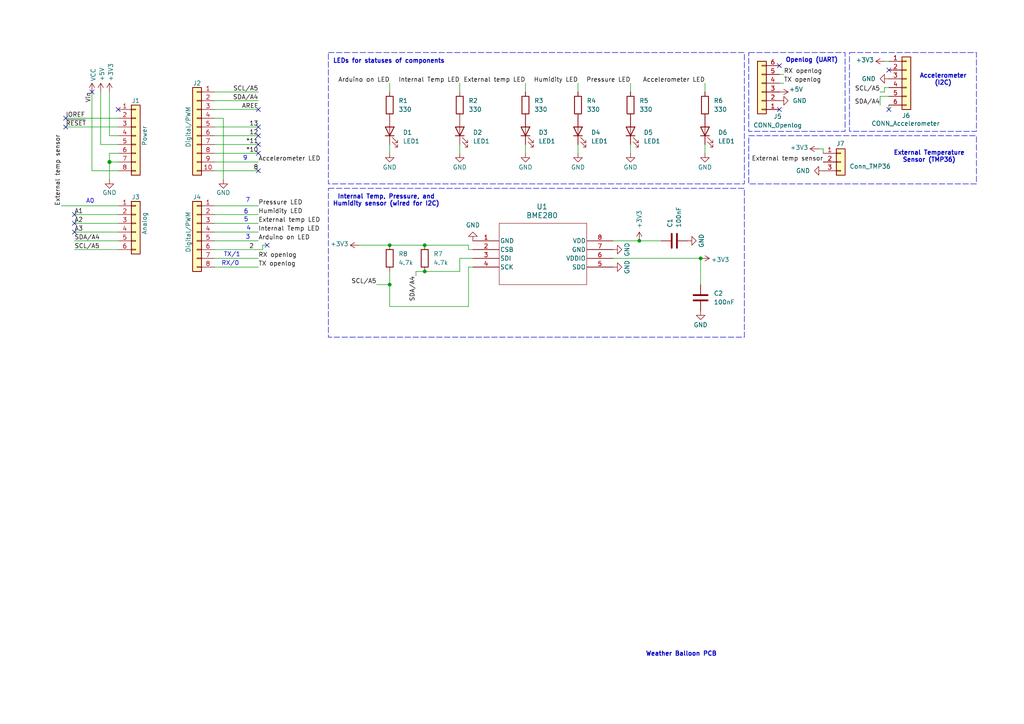
<source format=kicad_sch>
(kicad_sch (version 20231120) (generator "eeschema") (generator_version "8.0")
  (paper "A4")
  (title_block (date "mar. 31 mars 2015"))
  (lib_symbols
    (symbol "2025-03-12_23-10-05:BME280" (pin_names (offset 0.254))
      (property "Reference" "U" (at 20.32 10.16 0))
      (property "Value" "BME280" (at 20.32 7.62 0))
      (symbol "BME280_0_1"
        (polyline (pts (xy 7.62 -12.7) (xy 33.02 -12.7)) (stroke (width 0.127)))
        (polyline (pts (xy 7.62 5.08) (xy 7.62 -12.7)) (stroke (width 0.127)))
        (polyline (pts (xy 33.02 -12.7) (xy 33.02 5.08)) (stroke (width 0.127)))
        (polyline (pts (xy 33.02 5.08) (xy 7.62 5.08)) (stroke (width 0.127)))
        (pin power_out line (at 0 0 0) (length 7.62) (name "GND") (number "1"))
        (pin input line (at 0 -2.54 0) (length 7.62) (name "CSB") (number "2"))
        (pin bidirectional line (at 0 -5.08 0) (length 7.62) (name "SDI") (number "3"))
        (pin input line (at 0 -7.62 0) (length 7.62) (name "SCK") (number "4"))
        (pin bidirectional line (at 40.64 -7.62 180) (length 7.62) (name "SDO") (number "5"))
        (pin power_in line (at 40.64 -5.08 180) (length 7.62) (name "VDDIO") (number "6"))
        (pin power_out line (at 40.64 -2.54 180) (length 7.62) (name "GND") (number "7"))
        (pin power_in line (at 40.64 0 180) (length 7.62) (name "VDD") (number "8"))
      )
    )
    (symbol "Connector_Generic:Conn_01x03" (pin_names (offset 1.016) hide)
      (property "Reference" "J" (at 0 5.08 0))
      (property "Value" "Conn_01x03" (at 0 -5.08 0))
      (symbol "Conn_01x03_1_1"
        (rectangle (start -1.27 -2.413) (end 0 -2.667) (stroke (width 0.1524)))
        (rectangle (start -1.27 0.127) (end 0 -0.127) (stroke (width 0.1524)))
        (rectangle (start -1.27 2.667) (end 0 2.413) (stroke (width 0.1524)))
        (rectangle (start -1.27 3.81) (end 1.27 -3.81) (stroke (width 0.254)) (fill (type background)))
        (pin passive line (at -5.08 2.54 0) (length 3.81) (name "Pin_1") (number "1"))
        (pin passive line (at -5.08 0 0) (length 3.81) (name "Pin_2") (number "2"))
        (pin passive line (at -5.08 -2.54 0) (length 3.81) (name "Pin_3") (number "3"))
      )
    )
    (symbol "Connector_Generic:Conn_01x06" (pin_names (offset 1.016) hide)
      (property "Reference" "J" (at 0 7.62 0))
      (property "Value" "Conn_01x06" (at 0 -10.16 0))
      (symbol "Conn_01x06_1_1"
        (rectangle (start -1.27 -7.493) (end 0 -7.747) (stroke (width 0.1524)))
        (rectangle (start -1.27 -4.953) (end 0 -5.207) (stroke (width 0.1524)))
        (rectangle (start -1.27 -2.413) (end 0 -2.667) (stroke (width 0.1524)))
        (rectangle (start -1.27 0.127) (end 0 -0.127) (stroke (width 0.1524)))
        (rectangle (start -1.27 2.667) (end 0 2.413) (stroke (width 0.1524)))
        (rectangle (start -1.27 5.207) (end 0 4.953) (stroke (width 0.1524)))
        (rectangle (start -1.27 6.35) (end 1.27 -8.89) (stroke (width 0.254)) (fill (type background)))
        (pin passive line (at -5.08 5.08 0) (length 3.81) (name "Pin_1") (number "1"))
        (pin passive line (at -5.08 2.54 0) (length 3.81) (name "Pin_2") (number "2"))
        (pin passive line (at -5.08 0 0) (length 3.81) (name "Pin_3") (number "3"))
        (pin passive line (at -5.08 -2.54 0) (length 3.81) (name "Pin_4") (number "4"))
        (pin passive line (at -5.08 -5.08 0) (length 3.81) (name "Pin_5") (number "5"))
        (pin passive line (at -5.08 -7.62 0) (length 3.81) (name "Pin_6") (number "6"))
      )
    )
    (symbol "Connector_Generic:Conn_01x08" (pin_names (offset 1.016) hide)
      (property "Reference" "J" (at 0 10.16 0))
      (property "Value" "Conn_01x08" (at 0 -12.7 0))
      (symbol "Conn_01x08_1_1"
        (rectangle (start -1.27 -10.033) (end 0 -10.287) (stroke (width 0.1524)))
        (rectangle (start -1.27 -7.493) (end 0 -7.747) (stroke (width 0.1524)))
        (rectangle (start -1.27 -4.953) (end 0 -5.207) (stroke (width 0.1524)))
        (rectangle (start -1.27 -2.413) (end 0 -2.667) (stroke (width 0.1524)))
        (rectangle (start -1.27 0.127) (end 0 -0.127) (stroke (width 0.1524)))
        (rectangle (start -1.27 2.667) (end 0 2.413) (stroke (width 0.1524)))
        (rectangle (start -1.27 5.207) (end 0 4.953) (stroke (width 0.1524)))
        (rectangle (start -1.27 7.747) (end 0 7.493) (stroke (width 0.1524)))
        (rectangle (start -1.27 8.89) (end 1.27 -11.43) (stroke (width 0.254)) (fill (type background)))
        (pin passive line (at -5.08 7.62 0) (length 3.81) (name "Pin_1") (number "1"))
        (pin passive line (at -5.08 5.08 0) (length 3.81) (name "Pin_2") (number "2"))
        (pin passive line (at -5.08 2.54 0) (length 3.81) (name "Pin_3") (number "3"))
        (pin passive line (at -5.08 0 0) (length 3.81) (name "Pin_4") (number "4"))
        (pin passive line (at -5.08 -2.54 0) (length 3.81) (name "Pin_5") (number "5"))
        (pin passive line (at -5.08 -5.08 0) (length 3.81) (name "Pin_6") (number "6"))
        (pin passive line (at -5.08 -7.62 0) (length 3.81) (name "Pin_7") (number "7"))
        (pin passive line (at -5.08 -10.16 0) (length 3.81) (name "Pin_8") (number "8"))
      )
    )
    (symbol "Connector_Generic:Conn_01x10" (pin_names (offset 1.016) hide)
      (property "Reference" "J" (at 0 12.7 0))
      (property "Value" "Conn_01x10" (at 0 -15.24 0))
      (symbol "Conn_01x10_1_1"
        (rectangle (start -1.27 -12.573) (end 0 -12.827) (stroke (width 0.1524)))
        (rectangle (start -1.27 -10.033) (end 0 -10.287) (stroke (width 0.1524)))
        (rectangle (start -1.27 -7.493) (end 0 -7.747) (stroke (width 0.1524)))
        (rectangle (start -1.27 -4.953) (end 0 -5.207) (stroke (width 0.1524)))
        (rectangle (start -1.27 -2.413) (end 0 -2.667) (stroke (width 0.1524)))
        (rectangle (start -1.27 0.127) (end 0 -0.127) (stroke (width 0.1524)))
        (rectangle (start -1.27 2.667) (end 0 2.413) (stroke (width 0.1524)))
        (rectangle (start -1.27 5.207) (end 0 4.953) (stroke (width 0.1524)))
        (rectangle (start -1.27 7.747) (end 0 7.493) (stroke (width 0.1524)))
        (rectangle (start -1.27 10.287) (end 0 10.033) (stroke (width 0.1524)))
        (rectangle (start -1.27 11.43) (end 1.27 -13.97) (stroke (width 0.254)) (fill (type background)))
        (pin passive line (at -5.08 10.16 0) (length 3.81) (name "Pin_1") (number "1"))
        (pin passive line (at -5.08 -12.7 0) (length 3.81) (name "Pin_10") (number "10"))
        (pin passive line (at -5.08 7.62 0) (length 3.81) (name "Pin_2") (number "2"))
        (pin passive line (at -5.08 5.08 0) (length 3.81) (name "Pin_3") (number "3"))
        (pin passive line (at -5.08 2.54 0) (length 3.81) (name "Pin_4") (number "4"))
        (pin passive line (at -5.08 0 0) (length 3.81) (name "Pin_5") (number "5"))
        (pin passive line (at -5.08 -2.54 0) (length 3.81) (name "Pin_6") (number "6"))
        (pin passive line (at -5.08 -5.08 0) (length 3.81) (name "Pin_7") (number "7"))
        (pin passive line (at -5.08 -7.62 0) (length 3.81) (name "Pin_8") (number "8"))
        (pin passive line (at -5.08 -10.16 0) (length 3.81) (name "Pin_9") (number "9"))
      )
    )
    (symbol "Device:C" (pin_numbers hide) (pin_names (offset 0.254))
      (property "Reference" "C" (at 0.635 2.54 0))
      (property "Value" "C" (at 0.635 -2.54 0))
      (symbol "C_0_1"
        (polyline (pts (xy -2.032 -0.762) (xy 2.032 -0.762)) (stroke (width 0.508)))
        (polyline (pts (xy -2.032 0.762) (xy 2.032 0.762)) (stroke (width 0.508)))
      )
      (symbol "C_1_1"
        (pin passive line (at 0 3.81 270) (length 2.794) (name "~") (number "1"))
        (pin passive line (at 0 -3.81 90) (length 2.794) (name "~") (number "2"))
      )
    )
    (symbol "Device:LED" (pin_numbers hide) (pin_names (offset 1.016) hide)
      (property "Reference" "D" (at 0 2.54 0))
      (property "Value" "LED" (at 0 -2.54 0))
      (symbol "LED_0_1"
        (polyline (pts (xy -1.27 -1.27) (xy -1.27 1.27)) (stroke (width 0.254)))
        (polyline (pts (xy -1.27 0) (xy 1.27 0)))
        (polyline (pts (xy 1.27 -1.27) (xy 1.27 1.27) (xy -1.27 0) (xy 1.27 -1.27)) (stroke (width 0.254)))
        (polyline (pts (xy -3.048 -0.762) (xy -4.572 -2.286) (xy -3.81 -2.286) (xy -4.572 -2.286) (xy -4.572 -1.524)))
        (polyline (pts (xy -1.778 -0.762) (xy -3.302 -2.286) (xy -2.54 -2.286) (xy -3.302 -2.286) (xy -3.302 -1.524)))
      )
      (symbol "LED_1_1"
        (pin passive line (at -3.81 0 0) (length 2.54) (name "K") (number "1"))
        (pin passive line (at 3.81 0 180) (length 2.54) (name "A") (number "2"))
      )
    )
    (symbol "Device:R" (pin_numbers hide) (pin_names (offset 0))
      (property "Reference" "R" (at 2.032 0 90))
      (property "Value" "R" (at 0 0 90))
      (symbol "R_0_1"
        (rectangle (start -1.016 -2.54) (end 1.016 2.54) (stroke (width 0.254)))
      )
      (symbol "R_1_1"
        (pin passive line (at 0 3.81 270) (length 1.27) (name "~") (number "1"))
        (pin passive line (at 0 -3.81 90) (length 1.27) (name "~") (number "2"))
      )
    )
    (symbol "GND_1" (power) (pin_numbers hide) (pin_names (offset 0) hide)
      (property "Value" "GND" (at 0 -3.81 0))
      (symbol "GND_1_0_1"
        (polyline (pts (xy 0 0) (xy 0 -1.27) (xy 1.27 -1.27) (xy 0 -2.54) (xy -1.27 -1.27) (xy 0 -1.27)))
      )
      (symbol "GND_1_1_1"
        (pin power_in line (at 0 0 270) (length 0) (name "~") (number "1"))
      )
    )
    (symbol "GND_2" (power) (pin_numbers hide) (pin_names (offset 0) hide)
      (property "Value" "GND" (at 0 -3.81 0))
      (symbol "GND_2_0_1"
        (polyline (pts (xy 0 0) (xy 0 -1.27) (xy 1.27 -1.27) (xy 0 -2.54) (xy -1.27 -1.27) (xy 0 -1.27)))
      )
      (symbol "GND_2_1_1"
        (pin power_in line (at 0 0 270) (length 0) (name "~") (number "1"))
      )
    )
    (symbol "power:+3V3" (power) (pin_names (offset 0))
      (property "Value" "+3V3" (at 0 3.556 0))
      (symbol "+3V3_0_1"
        (polyline (pts (xy -0.762 1.27) (xy 0 2.54)))
        (polyline (pts (xy 0 0) (xy 0 2.54)))
        (polyline (pts (xy 0 2.54) (xy 0.762 1.27)))
      )
      (symbol "+3V3_1_1"
        (pin power_in line (at 0 0 90) (length 0) hide (name "+3V3") (number "1"))
      )
    )
    (symbol "power:+5V" (power) (pin_names (offset 0))
      (property "Value" "+5V" (at 0 3.556 0))
      (symbol "+5V_0_1"
        (polyline (pts (xy -0.762 1.27) (xy 0 2.54)))
        (polyline (pts (xy 0 0) (xy 0 2.54)))
        (polyline (pts (xy 0 2.54) (xy 0.762 1.27)))
      )
      (symbol "+5V_1_1"
        (pin power_in line (at 0 0 90) (length 0) hide (name "+5V") (number "1"))
      )
    )
    (symbol "power:GND" (power) (pin_names (offset 0))
      (property "Value" "GND" (at 0 -3.81 0))
      (symbol "GND_0_1"
        (polyline (pts (xy 0 0) (xy 0 -1.27) (xy 1.27 -1.27) (xy 0 -2.54) (xy -1.27 -1.27) (xy 0 -1.27)))
      )
      (symbol "GND_1_1"
        (pin power_in line (at 0 0 270) (length 0) hide (name "GND") (number "1"))
      )
    )
    (symbol "power:VCC" (power) (pin_names (offset 0))
      (property "Value" "VCC" (at 0 3.81 0))
      (symbol "VCC_0_1"
        (polyline (pts (xy -0.762 1.27) (xy 0 2.54)))
        (polyline (pts (xy 0 0) (xy 0 2.54)))
        (polyline (pts (xy 0 2.54) (xy 0.762 1.27)))
      )
      (symbol "VCC_1_1"
        (pin power_in line (at 0 0 90) (length 0) hide (name "VCC") (number "1"))
      )
    )
  )
  (junction (at 31.75 46.99) (diameter 1.016))
  (junction (at 185.42 69.85))
  (junction (at 123.19 78.74))
  (junction (at 113.03 82.55))
  (junction (at 203.2 74.93))
  (junction (at 123.19 71.12))
  (junction (at 113.03 71.12))
  (no_connect (at 226.06 31.75))
  (no_connect (at 74.93 41.91))
  (no_connect (at 26.67 26.67))
  (no_connect (at 74.93 44.45))
  (no_connect (at 21.59 67.31))
  (no_connect (at 74.93 31.75))
  (no_connect (at 226.06 19.05))
  (no_connect (at 19.05 34.29))
  (no_connect (at 257.81 20.32))
  (no_connect (at 257.81 31.75))
  (no_connect (at 74.93 36.83))
  (no_connect (at 21.59 62.23))
  (no_connect (at 19.05 36.83))
  (no_connect (at 21.59 64.77))
  (no_connect (at 34.29 31.75))
  (no_connect (at 74.93 49.53))
  (no_connect (at 74.93 39.37))
  (no_connect (at 77.47 71.12))
  (wire (pts (xy 62.23 77.47) (xy 74.93 77.47)))
  (wire (pts (xy 135.89 72.39) (xy 137.16 72.39)))
  (wire (pts (xy 256.54 25.4) (xy 257.81 25.4)))
  (wire (pts (xy 62.23 44.45) (xy 74.93 44.45)))
  (wire (pts (xy 255.27 27.94) (xy 257.81 27.94)))
  (wire (pts (xy 227.33 24.13) (xy 226.06 24.13)))
  (wire (pts (xy 123.19 78.74) (xy 120.65 78.74)))
  (wire (pts (xy 62.23 26.67) (xy 74.93 26.67)))
  (wire (pts (xy 31.75 44.45) (xy 31.75 46.99)))
  (wire (pts (xy 21.59 72.39) (xy 34.29 72.39)))
  (wire (pts (xy 167.64 24.13) (xy 167.64 26.67)))
  (wire (pts (xy 31.75 46.99) (xy 31.75 52.07)))
  (wire (pts (xy 31.75 39.37) (xy 34.29 39.37)))
  (wire (pts (xy 29.21 41.91) (xy 34.29 41.91)))
  (wire (pts (xy 123.19 71.12) (xy 135.89 71.12)))
  (wire (pts (xy 237.49 43.18) (xy 238.76 43.18)))
  (wire (pts (xy 104.14 71.12) (xy 113.03 71.12)))
  (wire (pts (xy 29.21 26.67) (xy 29.21 41.91)))
  (wire (pts (xy 120.65 78.74) (xy 120.65 80.01)))
  (wire (pts (xy 257.81 31.75) (xy 257.81 30.48)))
  (wire (pts (xy 62.23 36.83) (xy 74.93 36.83)))
  (wire (pts (xy 31.75 26.67) (xy 31.75 39.37)))
  (wire (pts (xy 62.23 59.69) (xy 74.93 59.69)))
  (wire (pts (xy 152.4 24.13) (xy 152.4 26.67)))
  (wire (pts (xy 62.23 39.37) (xy 74.93 39.37)))
  (wire (pts (xy 62.23 62.23) (xy 74.93 62.23)))
  (wire (pts (xy 76.2 71.12) (xy 76.2 72.39)))
  (wire (pts (xy 113.03 41.91) (xy 113.03 44.45)))
  (wire (pts (xy 62.23 46.99) (xy 74.93 46.99)))
  (wire (pts (xy 203.2 74.93) (xy 203.2 82.55)))
  (wire (pts (xy 62.23 67.31) (xy 74.93 67.31)))
  (wire (pts (xy 133.35 24.13) (xy 133.35 26.67)))
  (wire (pts (xy 19.05 34.29) (xy 34.29 34.29)))
  (wire (pts (xy 204.47 41.91) (xy 204.47 44.45)))
  (wire (pts (xy 135.89 88.9) (xy 113.03 88.9)))
  (wire (pts (xy 17.78 59.69) (xy 34.29 59.69)))
  (wire (pts (xy 64.77 34.29) (xy 64.77 52.07)))
  (wire (pts (xy 135.89 77.47) (xy 137.16 77.47)))
  (wire (pts (xy 62.23 31.75) (xy 74.93 31.75)))
  (wire (pts (xy 34.29 64.77) (xy 21.59 64.77)))
  (wire (pts (xy 19.05 36.83) (xy 34.29 36.83)))
  (wire (pts (xy 76.2 72.39) (xy 62.23 72.39)))
  (wire (pts (xy 34.29 46.99) (xy 31.75 46.99)))
  (wire (pts (xy 133.35 41.91) (xy 133.35 44.45)))
  (wire (pts (xy 185.42 69.85) (xy 191.77 69.85)))
  (wire (pts (xy 113.03 71.12) (xy 123.19 71.12)))
  (wire (pts (xy 167.64 41.91) (xy 167.64 44.45)))
  (wire (pts (xy 113.03 82.55) (xy 113.03 78.74)))
  (wire (pts (xy 113.03 24.13) (xy 113.03 26.67)))
  (wire (pts (xy 34.29 49.53) (xy 26.67 49.53)))
  (wire (pts (xy 152.4 41.91) (xy 152.4 44.45)))
  (wire (pts (xy 21.59 62.23) (xy 34.29 62.23)))
  (wire (pts (xy 135.89 77.47) (xy 135.89 88.9)))
  (wire (pts (xy 238.76 43.18) (xy 238.76 44.45)))
  (wire (pts (xy 182.88 24.13) (xy 182.88 26.67)))
  (wire (pts (xy 113.03 88.9) (xy 113.03 82.55)))
  (wire (pts (xy 137.16 74.93) (xy 133.35 74.93)))
  (wire (pts (xy 62.23 34.29) (xy 64.77 34.29)))
  (wire (pts (xy 256.54 17.78) (xy 257.81 17.78)))
  (wire (pts (xy 34.29 44.45) (xy 31.75 44.45)))
  (wire (pts (xy 62.23 41.91) (xy 74.93 41.91)))
  (wire (pts (xy 135.89 71.12) (xy 135.89 72.39)))
  (wire (pts (xy 204.47 24.13) (xy 204.47 26.67)))
  (wire (pts (xy 62.23 64.77) (xy 74.93 64.77)))
  (wire (pts (xy 21.59 67.31) (xy 34.29 67.31)))
  (wire (pts (xy 133.35 74.93) (xy 133.35 78.74)))
  (wire (pts (xy 177.8 74.93) (xy 203.2 74.93)))
  (wire (pts (xy 255.27 30.48) (xy 255.27 27.94)))
  (wire (pts (xy 227.33 21.59) (xy 226.06 21.59)))
  (wire (pts (xy 133.35 78.74) (xy 123.19 78.74)))
  (wire (pts (xy 255.27 26.67) (xy 256.54 26.67)))
  (wire (pts (xy 177.8 69.85) (xy 185.42 69.85)))
  (wire (pts (xy 62.23 29.21) (xy 74.93 29.21)))
  (wire (pts (xy 76.2 71.12) (xy 77.47 71.12)))
  (wire (pts (xy 109.22 82.55) (xy 113.03 82.55)))
  (wire (pts (xy 62.23 69.85) (xy 74.93 69.85)))
  (wire (pts (xy 256.54 26.67) (xy 256.54 25.4)))
  (wire (pts (xy 62.23 74.93) (xy 74.93 74.93)))
  (wire (pts (xy 26.67 49.53) (xy 26.67 26.67)))
  (wire (pts (xy 34.29 69.85) (xy 21.59 69.85)))
  (wire (pts (xy 182.88 41.91) (xy 182.88 44.45)))
  (wire (pts (xy 62.23 49.53) (xy 74.93 49.53)))
  (rectangle (start 246.38 15.24) (end 283.21 38.1) (stroke (width 0) (type dash)))
  (rectangle (start 95.25 15.24) (end 215.9 53.34) (stroke (width 0) (type dash)))
  (rectangle (start 217.17 39.37) (end 283.21 53.34) (stroke (width 0) (type dash)))
  (rectangle (start 217.17 15.24) (end 245.11 38.1) (stroke (width 0) (type dash)))
  (rectangle (start 95.25 54.61) (end 215.9 97.79) (stroke (width 0) (type dash)))
  (text "A0" (at 26.162 58.42 0) (effects (font (size 1.27 1.27))))
  (text "Weather Balloon PCB" (at 197.612 189.738 0) (effects (font (size 1.27 1.27) (thickness 0.254) (bold yes))))
  (text "3\n" (at 71.882 68.834 0) (effects (font (size 1.27 1.27))))
  (text "Internal Temp, Pressure, and\nHumidity sensor (wired for I2C)" (at 112.014 58.166 0) (effects (font (size 1.27 1.27) (thickness 0.254) (bold yes))))
  (text "5\n" (at 71.374 63.754 0) (effects (font (size 1.27 1.27))))
  (text "4" (at 72.136 66.294 0) (effects (font (size 1.27 1.27))))
  (text "6" (at 71.374 61.468 0) (effects (font (size 1.27 1.27))))
  (text "TX/1" (at 67.31 73.914 0) (effects (font (size 1.27 1.27) (thickness 0.1588))))
  (text "9" (at 71.12 45.974 0) (effects (font (size 1.27 1.27))))
  (text "Openlog (UART)" (at 235.458 17.526 0) (effects (font (size 1.27 1.27) (thickness 0.254) (bold yes))))
  (text "7" (at 71.882 58.166 0) (effects (font (size 1.27 1.27))))
  (text "RX/0" (at 66.802 76.454 0) (effects (font (size 1.27 1.27))))
  (text "External Temperature\nSensor (TMP36)" (at 269.494 45.466 0) (effects (font (size 1.27 1.27) (thickness 0.254) (bold yes))))
  (text "LEDs for statuses of components" (at 112.776 17.78 0) (effects (font (size 1.27 1.27) (thickness 0.254) (bold yes))))
  (text "Accelerometer\n(I2C)" (at 273.558 23.114 0) (effects (font (size 1.27 1.27) (thickness 0.254) (bold yes))))
  (label "A2" (at 21.59 64.77 0))
  (label "RX openlog" (at 227.33 21.59 0))
  (label "External temp LED" (at 152.4 24.13 180))
  (label "2" (at 73.66 72.39 180))
  (label "A3" (at 21.59 67.31 0))
  (label "13" (at 74.93 36.83 180))
  (label "RX openlog" (at 74.93 74.93 0))
  (label "12" (at 74.93 39.37 180))
  (label "SCL{slash}A5" (at 255.27 26.67 180))
  (label "Accelerometer LED" (at 204.47 24.13 180))
  (label "~{RESET}" (at 19.05 36.83 0))
  (label "Internal Temp LED" (at 133.35 24.13 180))
  (label "*10" (at 74.93 44.45 180))
  (label "TX openlog" (at 74.93 77.47 0))
  (label "External temp sensor" (at 238.76 46.99 180))
  (label "External temp LED" (at 74.93 64.77 0))
  (label "SDA{slash}A4" (at 74.93 29.21 180))
  (label "8" (at 74.93 49.53 180))
  (label "TX openlog" (at 227.33 24.13 0))
  (label "*11" (at 74.93 41.91 180))
  (label "Internal Temp LED" (at 74.93 67.31 0))
  (label "Humidity LED" (at 74.93 62.23 0))
  (label "A1" (at 21.59 62.23 0))
  (label "SCL{slash}A5" (at 109.22 82.55 180))
  (label "External temp sensor" (at 17.78 59.69 90))
  (label "Humidity LED" (at 167.64 24.13 180))
  (label "AREF" (at 74.93 31.75 180))
  (label "SDA{slash}A4" (at 255.27 30.48 180))
  (label "Arduino on LED" (at 113.03 24.13 180))
  (label "SDA{slash}A4" (at 120.65 80.01 270))
  (label "Accelerometer LED" (at 74.93 46.99 0))
  (label "Vin" (at 26.67 26.67 270))
  (label "SCL{slash}A5" (at 74.93 26.67 180))
  (label "Arduino on LED" (at 74.93 69.85 0))
  (label "IOREF" (at 19.05 34.29 0))
  (label "Pressure LED" (at 182.88 24.13 180))
  (label "SDA{slash}A4" (at 21.59 69.85 0))
  (label "Pressure LED" (at 74.93 59.69 0))
  (label "SCL{slash}A5" (at 21.59 72.39 0))
  (symbol (lib_id "Connector_Generic:Conn_01x08") (at 39.37 39.37 0) (unit 1)
    (property "Reference" "J1" (at 39.37 29.21 0))
    (property "Value" "Power" (at 41.91 39.37 90))
    (property "Footprint" "Connector_PinSocket_2.54mm:PinSocket_1x08_P2.54mm_Vertical" (effects (hide yes)))
  )
  (symbol (lib_id "power:+3V3") (at 31.75 26.67 0) (unit 1)
    (property "Reference" "#PWR03" (effects (hide yes)))
    (property "Value" "+3V3" (at 32.131 23.622 90) (effects (justify left)))
  )
  (symbol (lib_id "power:+5V") (at 29.21 26.67 0) (unit 1)
    (property "Reference" "#PWR02" (effects (hide yes)))
    (property "Value" "+5V" (at 29.5656 23.622 90) (effects (justify left)))
  )
  (symbol (lib_id "power:GND") (at 31.75 52.07 0) (unit 1)
    (property "Reference" "#PWR04" (effects (hide yes)))
    (property "Value" "GND" (at 31.75 55.88 0))
  )
  (symbol (lib_id "Connector_Generic:Conn_01x10") (at 57.15 36.83 0) (mirror y) (unit 1)
    (property "Reference" "J2" (at 57.15 24.13 0))
    (property "Value" "Digital/PWM" (at 54.61 36.83 90))
    (property "Footprint" "Connector_PinSocket_2.54mm:PinSocket_1x10_P2.54mm_Vertical" (effects (hide yes)))
  )
  (symbol (lib_id "power:GND") (at 64.77 52.07 0) (unit 1)
    (property "Reference" "#PWR05" (effects (hide yes)))
    (property "Value" "GND" (at 64.77 55.88 0))
  )
  (symbol (lib_id "Connector_Generic:Conn_01x06") (at 39.37 64.77 0) (unit 1)
    (property "Reference" "J3" (at 39.37 57.15 0))
    (property "Value" "Analog" (at 41.91 64.77 90))
    (property "Footprint" "Connector_PinSocket_2.54mm:PinSocket_1x06_P2.54mm_Vertical" (effects (hide yes)))
  )
  (symbol (lib_id "Connector_Generic:Conn_01x08") (at 57.15 67.31 0) (mirror y) (unit 1)
    (property "Reference" "J4" (at 57.15 57.15 0))
    (property "Value" "Digital/PWM" (at 54.61 67.31 90))
    (property "Footprint" "Connector_PinSocket_2.54mm:PinSocket_1x08_P2.54mm_Vertical" (effects (hide yes)))
  )
  (symbol (lib_id "power:+3V3") (at 256.54 17.78 90) (unit 1)
    (property "Reference" "#PWR022" (effects (hide yes)))
    (property "Value" "+3V3" (at 253.492 17.399 90) (effects (justify left)))
  )
  (symbol (lib_name "GND_1") (lib_id "power:GND") (at 226.06 29.21 90) (unit 1)
    (property "Reference" "#PWR021" (effects (hide yes)))
    (property "Value" "GND" (at 229.87 29.2099 90) (effects (justify right)))
    (property "Description" "Power symbol creates a global label with name \"GND\" , ground" (effects (hide yes)))
  )
  (symbol (lib_id "power:GND") (at 203.2 90.17 0) (unit 1)
    (property "Reference" "#PWR017" (effects (hide yes)))
    (property "Value" "GND" (at 203.2 94.234 0))
  )
  (symbol (lib_id "Device:R") (at 133.35 30.48 0) (unit 1)
    (property "Reference" "R2" (at 135.89 29.2099 0) (effects (justify left)))
    (property "Value" "330" (at 135.89 31.7499 0) (effects (justify left)))
    (property "Footprint" "Resistor_THT:R_Axial_DIN0207_L6.3mm_D2.5mm_P10.16mm_Horizontal" (effects (hide yes)))
    (property "Description" "Resistor" (effects (hide yes)))
  )
  (symbol (lib_name "GND_2") (lib_id "power:GND") (at 257.81 22.86 270) (unit 1)
    (property "Reference" "#PWR023" (effects (hide yes)))
    (property "Value" "GND" (at 254 22.8599 90) (effects (justify right)))
    (property "Description" "Power symbol creates a global label with name \"GND\" , ground" (effects (hide yes)))
  )
  (symbol (lib_id "power:GND") (at 167.64 44.45 0) (unit 1)
    (property "Reference" "#PWR09" (effects (hide yes)))
    (property "Value" "GND" (at 167.64 48.514 0))
  )
  (symbol (lib_id "power:GND") (at 152.4 44.45 0) (unit 1)
    (property "Reference" "#PWR08" (effects (hide yes)))
    (property "Value" "GND" (at 152.4 48.514 0))
  )
  (symbol (lib_id "2025-03-12_23-10-05:BME280") (at 137.16 69.85 0) (unit 1)
    (property "Reference" "U1" (at 157.226 59.944 0) (effects (font (size 1.524 1.524))))
    (property "Value" "BME280" (at 157.226 62.484 0) (effects (font (size 1.524 1.524))))
    (property "Footprint" "BME280:DFN8_0p65_2p5SQ_BOS" (effects (hide yes)))
    (property "Datasheet" "BME280" (effects (hide yes)))
  )
  (symbol (lib_id "Device:LED") (at 182.88 38.1 90) (unit 1)
    (property "Reference" "D5" (at 186.69 38.4174 90) (effects (justify right)))
    (property "Value" "LED1" (at 186.69 40.9574 90) (effects (justify right)))
    (property "Footprint" "LED_THT:LED_D5.0mm" (effects (hide yes)))
    (property "Description" "Light emitting diode" (effects (hide yes)))
  )
  (symbol (lib_id "Device:R") (at 123.19 74.93 0) (unit 1)
    (property "Reference" "R7" (at 125.73 73.6599 0) (effects (justify left)))
    (property "Value" "4.7k" (at 125.73 76.1999 0) (effects (justify left)))
    (property "Footprint" "Resistor_THT:R_Axial_DIN0207_L6.3mm_D2.5mm_P10.16mm_Horizontal" (effects (hide yes)))
    (property "Description" "Resistor" (effects (hide yes)))
  )
  (symbol (lib_id "Connector_Generic:Conn_01x06") (at 262.89 22.86 0) (unit 1)
    (property "Reference" "J6" (at 261.62 33.528 0) (effects (justify left)))
    (property "Value" "CONN_Accelerometer" (at 252.73 35.814 0) (effects (justify left)))
    (property "Footprint" "Connector_PinHeader_2.54mm:PinHeader_1x06_P2.54mm_Vertical" (effects (hide yes)))
    (property "Description" "Generic connector, single row, 01x06, script generated (kicad-library-utils/schlib/autogen/connector/)" (effects (hide yes)))
  )
  (symbol (lib_id "power:GND") (at 199.39 69.85 90) (unit 1)
    (property "Reference" "#PWR014" (effects (hide yes)))
    (property "Value" "GND" (at 203.454 69.85 0))
  )
  (symbol (lib_id "Device:R") (at 152.4 30.48 0) (unit 1)
    (property "Reference" "R3" (at 154.94 29.2099 0) (effects (justify left)))
    (property "Value" "330" (at 154.94 31.7499 0) (effects (justify left)))
    (property "Footprint" "Resistor_THT:R_Axial_DIN0207_L6.3mm_D2.5mm_P10.16mm_Horizontal" (effects (hide yes)))
    (property "Description" "Resistor" (effects (hide yes)))
  )
  (symbol (lib_id "Connector_Generic:Conn_01x03") (at 243.84 46.99 0) (unit 1)
    (property "Reference" "J7" (at 242.57 41.656 0) (effects (justify left)))
    (property "Value" "Conn_TMP36" (at 246.38 48.2599 0) (effects (justify left)))
    (property "Footprint" "Connector_PinHeader_2.00mm:PinHeader_1x03_P2.00mm_Vertical" (effects (hide yes)))
    (property "Description" "Generic connector, single row, 01x03, script generated (kicad-library-utils/schlib/autogen/connector/)" (effects (hide yes)))
  )
  (symbol (lib_id "power:VCC") (at 26.67 26.67 0) (unit 1)
    (property "Reference" "#PWR01" (effects (hide yes)))
    (property "Value" "VCC" (at 27.051 23.622 90) (effects (justify left)))
  )
  (symbol (lib_id "power:GND") (at 137.16 69.85 180) (unit 1)
    (property "Reference" "#PWR013" (effects (hide yes)))
    (property "Value" "GND" (at 137.16 65.278 0))
  )
  (symbol (lib_id "Device:LED") (at 133.35 38.1 90) (unit 1)
    (property "Reference" "D2" (at 137.16 38.4174 90) (effects (justify right)))
    (property "Value" "LED1" (at 137.16 40.9574 90) (effects (justify right)))
    (property "Footprint" "LED_THT:LED_D5.0mm" (effects (hide yes)))
    (property "Description" "Light emitting diode" (effects (hide yes)))
  )
  (symbol (lib_id "Device:LED") (at 167.64 38.1 90) (unit 1)
    (property "Reference" "D4" (at 171.45 38.4174 90) (effects (justify right)))
    (property "Value" "LED1" (at 171.45 40.9574 90) (effects (justify right)))
    (property "Footprint" "LED_THT:LED_D5.0mm" (effects (hide yes)))
    (property "Description" "Light emitting diode" (effects (hide yes)))
  )
  (symbol (lib_id "power:+3V3") (at 104.14 71.12 90) (unit 1)
    (property "Reference" "#PWR012" (effects (hide yes)))
    (property "Value" "+3V3" (at 101.092 70.739 90) (effects (justify left)))
  )
  (symbol (lib_name "GND_1") (lib_id "power:GND") (at 238.76 49.53 270) (unit 1)
    (property "Reference" "#PWR024" (effects (hide yes)))
    (property "Value" "GND" (at 234.95 49.5299 90) (effects (justify right)))
    (property "Description" "Power symbol creates a global label with name \"GND\" , ground" (effects (hide yes)))
  )
  (symbol (lib_id "Device:R") (at 113.03 74.93 0) (unit 1)
    (property "Reference" "R8" (at 115.57 73.6599 0) (effects (justify left)))
    (property "Value" "4.7k" (at 115.57 76.1999 0) (effects (justify left)))
    (property "Footprint" "Resistor_THT:R_Axial_DIN0207_L6.3mm_D2.5mm_P10.16mm_Horizontal" (effects (hide yes)))
    (property "Description" "Resistor" (effects (hide yes)))
  )
  (symbol (lib_id "power:GND") (at 182.88 44.45 0) (unit 1)
    (property "Reference" "#PWR010" (effects (hide yes)))
    (property "Value" "GND" (at 182.88 48.514 0))
  )
  (symbol (lib_id "Device:R") (at 204.47 30.48 0) (unit 1)
    (property "Reference" "R6" (at 207.01 29.2099 0) (effects (justify left)))
    (property "Value" "330" (at 207.01 31.7499 0) (effects (justify left)))
    (property "Footprint" "Resistor_THT:R_Axial_DIN0207_L6.3mm_D2.5mm_P10.16mm_Horizontal" (effects (hide yes)))
    (property "Description" "Resistor" (effects (hide yes)))
  )
  (symbol (lib_id "power:+3V3") (at 237.49 43.18 90) (unit 1)
    (property "Reference" "#PWR025" (effects (hide yes)))
    (property "Value" "+3V3" (at 234.442 42.799 90) (effects (justify left)))
  )
  (symbol (lib_id "Device:C") (at 195.58 69.85 90) (unit 1)
    (property "Reference" "C1" (at 194.3099 66.04 0) (effects (justify left)))
    (property "Value" "100nF" (at 196.8499 66.04 0) (effects (justify left)))
    (property "Footprint" "Capacitor_THT:C_Disc_D5.0mm_W2.5mm_P5.00mm" (effects (hide yes)))
    (property "Description" "Unpolarized capacitor" (effects (hide yes)))
  )
  (symbol (lib_id "Device:LED") (at 204.47 38.1 90) (unit 1)
    (property "Reference" "D6" (at 208.28 38.4174 90) (effects (justify right)))
    (property "Value" "LED1" (at 208.28 40.9574 90) (effects (justify right)))
    (property "Footprint" "LED_THT:LED_D5.0mm" (effects (hide yes)))
    (property "Description" "Light emitting diode" (effects (hide yes)))
  )
  (symbol (lib_id "power:GND") (at 204.47 44.45 0) (unit 1)
    (property "Reference" "#PWR011" (effects (hide yes)))
    (property "Value" "GND" (at 204.47 48.514 0))
  )
  (symbol (lib_id "power:GND") (at 177.8 77.47 90) (unit 1)
    (property "Reference" "#PWR019" (effects (hide yes)))
    (property "Value" "GND" (at 181.864 77.47 0))
  )
  (symbol (lib_id "Device:LED") (at 152.4 38.1 90) (unit 1)
    (property "Reference" "D3" (at 156.21 38.4174 90) (effects (justify right)))
    (property "Value" "LED1" (at 156.21 40.9574 90) (effects (justify right)))
    (property "Footprint" "LED_THT:LED_D5.0mm" (effects (hide yes)))
    (property "Description" "Light emitting diode" (effects (hide yes)))
  )
  (symbol (lib_id "power:GND") (at 177.8 72.39 90) (unit 1)
    (property "Reference" "#PWR016" (effects (hide yes)))
    (property "Value" "GND" (at 181.864 72.39 0))
  )
  (symbol (lib_id "Connector_Generic:Conn_01x06") (at 220.98 26.67 180) (unit 1)
    (property "Reference" "J5" (at 225.552 33.782 0))
    (property "Value" "CONN_Openlog" (at 225.552 36.322 0))
    (property "Footprint" "Connector_PinHeader_2.54mm:PinHeader_1x06_P2.54mm_Vertical" (effects (hide yes)))
    (property "Description" "Generic connector, single row, 01x06, script generated (kicad-library-utils/schlib/autogen/connector/)" (effects (hide yes)))
  )
  (symbol (lib_id "Device:C") (at 203.2 86.36 0) (unit 1)
    (property "Reference" "C2" (at 207.01 85.0899 0) (effects (justify left)))
    (property "Value" "100nF" (at 207.01 87.6299 0) (effects (justify left)))
    (property "Footprint" "Capacitor_THT:C_Disc_D5.0mm_W2.5mm_P5.00mm" (effects (hide yes)))
    (property "Description" "Unpolarized capacitor" (effects (hide yes)))
  )
  (symbol (lib_id "Device:LED") (at 113.03 38.1 90) (unit 1)
    (property "Reference" "D1" (at 116.84 38.4174 90) (effects (justify right)))
    (property "Value" "LED1" (at 116.84 40.9574 90) (effects (justify right)))
    (property "Footprint" "LED_THT:LED_D5.0mm" (effects (hide yes)))
    (property "Description" "Light emitting diode" (effects (hide yes)))
  )
  (symbol (lib_id "power:GND") (at 133.35 44.45 0) (unit 1)
    (property "Reference" "#PWR07" (effects (hide yes)))
    (property "Value" "GND" (at 133.35 48.514 0))
  )
  (symbol (lib_id "power:GND") (at 113.03 44.45 0) (unit 1)
    (property "Reference" "#PWR06" (effects (hide yes)))
    (property "Value" "GND" (at 113.03 48.514 0))
  )
  (symbol (lib_id "power:+5V") (at 226.06 26.67 270) (unit 1)
    (property "Reference" "#PWR020" (effects (hide yes)))
    (property "Value" "+5V" (at 228.854 25.908 90) (effects (justify left)))
  )
  (symbol (lib_id "power:+3V3") (at 185.42 69.85 0) (unit 1)
    (property "Reference" "#PWR015" (effects (hide yes)))
    (property "Value" "+3V3" (at 185.42 66.294 90) (effects (justify left)))
  )
  (symbol (lib_id "power:+3V3") (at 203.2 74.93 270) (unit 1)
    (property "Reference" "#PWR018" (effects (hide yes)))
    (property "Value" "+3V3" (at 206.248 75.311 90) (effects (justify left)))
  )
  (symbol (lib_id "Device:R") (at 182.88 30.48 0) (unit 1)
    (property "Reference" "R5" (at 185.42 29.2099 0) (effects (justify left)))
    (property "Value" "330" (at 185.42 31.7499 0) (effects (justify left)))
    (property "Footprint" "Resistor_THT:R_Axial_DIN0207_L6.3mm_D2.5mm_P10.16mm_Horizontal" (effects (hide yes)))
    (property "Description" "Resistor" (effects (hide yes)))
  )
  (symbol (lib_id "Device:R") (at 167.64 30.48 0) (unit 1)
    (property "Reference" "R4" (at 170.18 29.2099 0) (effects (justify left)))
    (property "Value" "330" (at 170.18 31.7499 0) (effects (justify left)))
    (property "Footprint" "Resistor_THT:R_Axial_DIN0207_L6.3mm_D2.5mm_P10.16mm_Horizontal" (effects (hide yes)))
    (property "Description" "Resistor" (effects (hide yes)))
  )
  (symbol (lib_id "Device:R") (at 113.03 30.48 0) (unit 1)
    (property "Reference" "R1" (at 115.57 29.2099 0) (effects (justify left)))
    (property "Value" "330" (at 115.57 31.7499 0) (effects (justify left)))
    (property "Footprint" "Resistor_THT:R_Axial_DIN0207_L6.3mm_D2.5mm_P10.16mm_Horizontal" (effects (hide yes)))
    (property "Description" "Resistor" (effects (hide yes)))
  )
)
</source>
